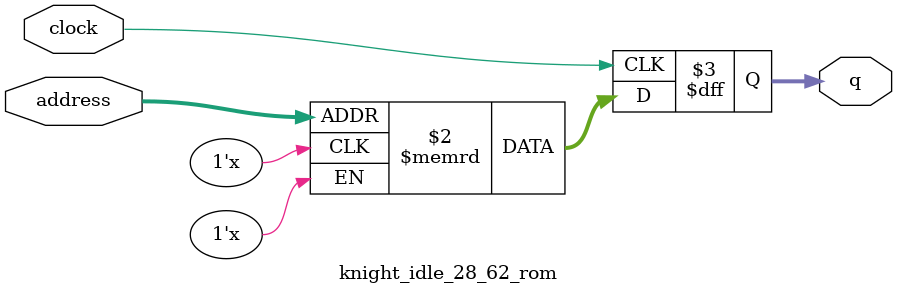
<source format=sv>
module knight_idle_28_62_rom (
	input logic clock,
	input logic [10:0] address,
	output logic [2:0] q
);

logic [2:0] memory [0:1735] /* synthesis ram_init_file = "./knight_idle_28_62/knight_idle_28_62.mif" */;

always_ff @ (posedge clock) begin
	q <= memory[address];
end

endmodule

</source>
